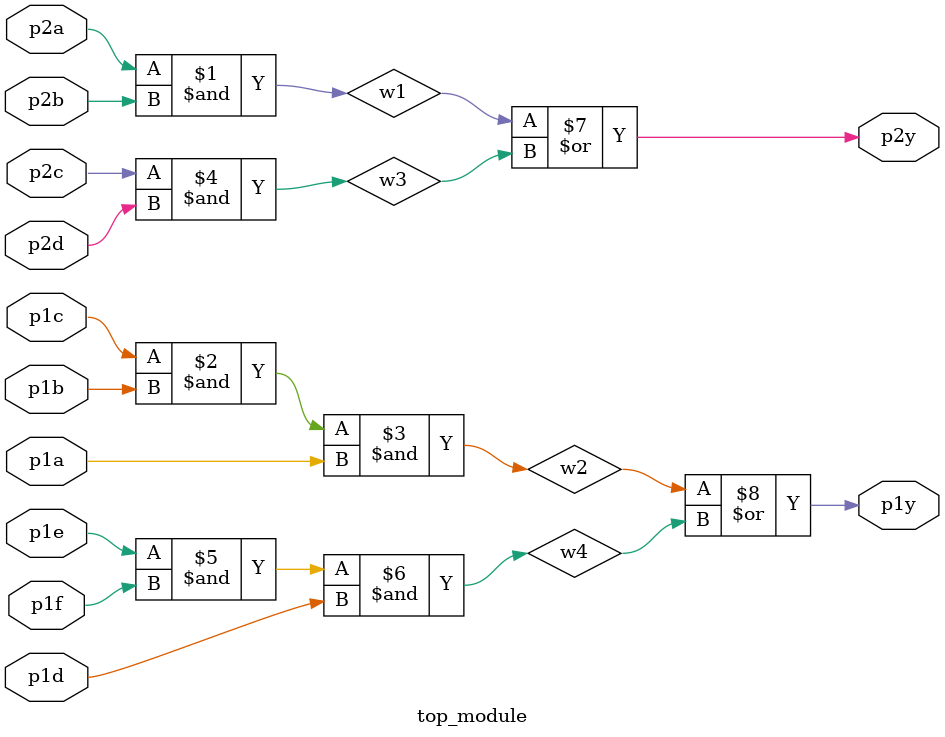
<source format=v>
module top_module ( 
    input p1a, p1b, p1c, p1d, p1e, p1f,
    output p1y,
    input p2a, p2b, p2c, p2d,
    output p2y );
	
    // internal signals (implicit declerations)
    // you cant use implicit declerations as default nettype is set to "none"
    wire w1,w2,w3,w4;
    assign w1 = p2a & p2b;
    assign w2 = p1c & p1b & p1a;
    assign w3 = p2c & p2d;
    assign w4 = p1e & p1f & p1d;
    
    // outputs 
    assign p2y = w1 | w3;
    assign p1y = w2 | w4;

endmodule

</source>
